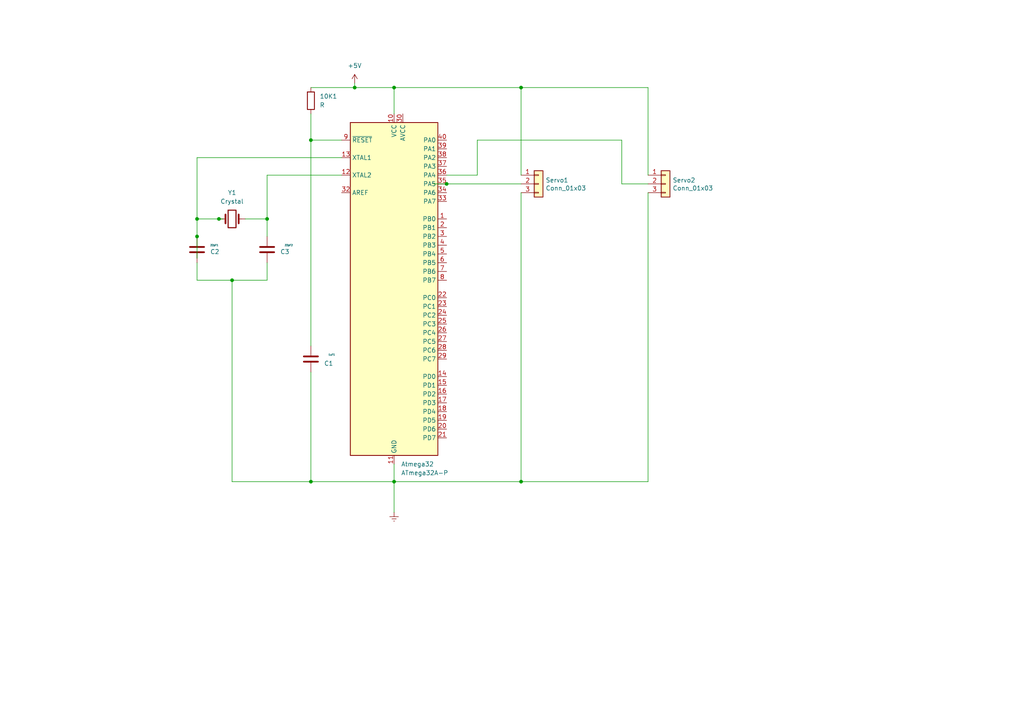
<source format=kicad_sch>
(kicad_sch (version 20211123) (generator eeschema)
  (paper "A4")
  (lib_symbols
    (symbol "Connector_Generic:Conn_01x03" (pin_names (offset 1.016) hide)
      (property "Reference" "J" (at 0 5.08 0))
      (property "Value" "Conn_01x03" (at 0 -5.08 0))
      (symbol "Conn_01x03_1_1"
        (rectangle (start -1.27 -2.413) (end 0 -2.667) (stroke (width 0.1524)))
        (rectangle (start -1.27 0.127) (end 0 -0.127) (stroke (width 0.1524)))
        (rectangle (start -1.27 2.667) (end 0 2.413) (stroke (width 0.1524)))
        (rectangle (start -1.27 3.81) (end 1.27 -3.81) (stroke (width 0.254)) (fill (type background)))
        (pin passive line (at -5.08 2.54 0) (length 3.81) (name "Pin_1") (number "1"))
        (pin passive line (at -5.08 0 0) (length 3.81) (name "Pin_2") (number "2"))
        (pin passive line (at -5.08 -2.54 0) (length 3.81) (name "Pin_3") (number "3"))
      )
    )
    (symbol "Device:C" (pin_numbers hide) (pin_names (offset 0.254))
      (property "Reference" "C" (at 0.635 2.54 0))
      (property "Value" "C" (at 0.635 -2.54 0))
      (symbol "C_0_1"
        (polyline (pts (xy -2.032 -0.762) (xy 2.032 -0.762)) (stroke (width 0.508)))
        (polyline (pts (xy -2.032 0.762) (xy 2.032 0.762)) (stroke (width 0.508)))
      )
      (symbol "C_1_1"
        (pin passive line (at 0 3.81 270) (length 2.794) (name "~") (number "1"))
        (pin passive line (at 0 -3.81 90) (length 2.794) (name "~") (number "2"))
      )
    )
    (symbol "Device:Crystal" (pin_numbers hide) (pin_names (offset 1.016) hide)
      (property "Reference" "Y" (at 0 3.81 0))
      (property "Value" "Crystal" (at 0 -3.81 0))
      (symbol "Crystal_0_1"
        (rectangle (start -1.143 2.54) (end 1.143 -2.54) (stroke (width 0.3048)))
        (polyline (pts (xy -2.54 0) (xy -1.905 0)))
        (polyline (pts (xy -1.905 -1.27) (xy -1.905 1.27)) (stroke (width 0.508)))
        (polyline (pts (xy 1.905 -1.27) (xy 1.905 1.27)) (stroke (width 0.508)))
        (polyline (pts (xy 2.54 0) (xy 1.905 0)))
      )
      (symbol "Crystal_1_1"
        (pin passive line (at -3.81 0 0) (length 1.27) (name "1") (number "1"))
        (pin passive line (at 3.81 0 180) (length 1.27) (name "2") (number "2"))
      )
    )
    (symbol "Device:R" (pin_numbers hide) (pin_names (offset 0))
      (property "Reference" "R" (at 2.032 0 90))
      (property "Value" "R" (at 0 0 90))
      (symbol "R_0_1"
        (rectangle (start -1.016 -2.54) (end 1.016 2.54) (stroke (width 0.254)))
      )
      (symbol "R_1_1"
        (pin passive line (at 0 3.81 270) (length 1.27) (name "~") (number "1"))
        (pin passive line (at 0 -3.81 90) (length 1.27) (name "~") (number "2"))
      )
    )
    (symbol "MCU_Microchip_ATmega:ATmega32A-P"
      (property "Reference" "U" (at -12.7 49.53 0))
      (property "Value" "ATmega32A-P" (at 2.54 -49.53 0))
      (symbol "ATmega32A-P_0_1"
        (rectangle (start -12.7 -48.26) (end 12.7 48.26) (stroke (width 0.254)) (fill (type background)))
      )
      (symbol "ATmega32A-P_1_1"
        (pin bidirectional line (at 15.24 20.32 180) (length 2.54) (name "PB0") (number "1"))
        (pin power_in line (at 0 50.8 270) (length 2.54) (name "VCC") (number "10"))
        (pin power_in line (at 0 -50.8 90) (length 2.54) (name "GND") (number "11"))
        (pin output line (at -15.24 33.02 0) (length 2.54) (name "XTAL2") (number "12"))
        (pin input line (at -15.24 38.1 0) (length 2.54) (name "XTAL1") (number "13"))
        (pin bidirectional line (at 15.24 -25.4 180) (length 2.54) (name "PD0") (number "14"))
        (pin bidirectional line (at 15.24 -27.94 180) (length 2.54) (name "PD1") (number "15"))
        (pin bidirectional line (at 15.24 -30.48 180) (length 2.54) (name "PD2") (number "16"))
        (pin bidirectional line (at 15.24 -33.02 180) (length 2.54) (name "PD3") (number "17"))
        (pin bidirectional line (at 15.24 -35.56 180) (length 2.54) (name "PD4") (number "18"))
        (pin bidirectional line (at 15.24 -38.1 180) (length 2.54) (name "PD5") (number "19"))
        (pin bidirectional line (at 15.24 17.78 180) (length 2.54) (name "PB1") (number "2"))
        (pin bidirectional line (at 15.24 -40.64 180) (length 2.54) (name "PD6") (number "20"))
        (pin bidirectional line (at 15.24 -43.18 180) (length 2.54) (name "PD7") (number "21"))
        (pin bidirectional line (at 15.24 -2.54 180) (length 2.54) (name "PC0") (number "22"))
        (pin bidirectional line (at 15.24 -5.08 180) (length 2.54) (name "PC1") (number "23"))
        (pin bidirectional line (at 15.24 -7.62 180) (length 2.54) (name "PC2") (number "24"))
        (pin bidirectional line (at 15.24 -10.16 180) (length 2.54) (name "PC3") (number "25"))
        (pin bidirectional line (at 15.24 -12.7 180) (length 2.54) (name "PC4") (number "26"))
        (pin bidirectional line (at 15.24 -15.24 180) (length 2.54) (name "PC5") (number "27"))
        (pin bidirectional line (at 15.24 -17.78 180) (length 2.54) (name "PC6") (number "28"))
        (pin bidirectional line (at 15.24 -20.32 180) (length 2.54) (name "PC7") (number "29"))
        (pin bidirectional line (at 15.24 15.24 180) (length 2.54) (name "PB2") (number "3"))
        (pin power_in line (at 2.54 50.8 270) (length 2.54) (name "AVCC") (number "30"))
        (pin passive line (at 0 -50.8 90) (length 2.54) hide (name "GND") (number "31"))
        (pin passive line (at -15.24 27.94 0) (length 2.54) (name "AREF") (number "32"))
        (pin bidirectional line (at 15.24 25.4 180) (length 2.54) (name "PA7") (number "33"))
        (pin bidirectional line (at 15.24 27.94 180) (length 2.54) (name "PA6") (number "34"))
        (pin bidirectional line (at 15.24 30.48 180) (length 2.54) (name "PA5") (number "35"))
        (pin bidirectional line (at 15.24 33.02 180) (length 2.54) (name "PA4") (number "36"))
        (pin bidirectional line (at 15.24 35.56 180) (length 2.54) (name "PA3") (number "37"))
        (pin bidirectional line (at 15.24 38.1 180) (length 2.54) (name "PA2") (number "38"))
        (pin bidirectional line (at 15.24 40.64 180) (length 2.54) (name "PA1") (number "39"))
        (pin bidirectional line (at 15.24 12.7 180) (length 2.54) (name "PB3") (number "4"))
        (pin bidirectional line (at 15.24 43.18 180) (length 2.54) (name "PA0") (number "40"))
        (pin bidirectional line (at 15.24 10.16 180) (length 2.54) (name "PB4") (number "5"))
        (pin bidirectional line (at 15.24 7.62 180) (length 2.54) (name "PB5") (number "6"))
        (pin bidirectional line (at 15.24 5.08 180) (length 2.54) (name "PB6") (number "7"))
        (pin bidirectional line (at 15.24 2.54 180) (length 2.54) (name "PB7") (number "8"))
        (pin input line (at -15.24 43.18 0) (length 2.54) (name "~{RESET}") (number "9"))
      )
    )
    (symbol "power:+5V" (power) (pin_names (offset 0))
      (property "Value" "+5V" (at 0 3.556 0))
      (symbol "+5V_0_1"
        (polyline (pts (xy -0.762 1.27) (xy 0 2.54)))
        (polyline (pts (xy 0 0) (xy 0 2.54)))
        (polyline (pts (xy 0 2.54) (xy 0.762 1.27)))
      )
      (symbol "+5V_1_1"
        (pin power_in line (at 0 0 90) (length 0) hide (name "+5V") (number "1"))
      )
    )
    (symbol "power:Earth" (power) (pin_names (offset 0))
      (symbol "Earth_0_1"
        (polyline (pts (xy -0.635 -1.905) (xy 0.635 -1.905)))
        (polyline (pts (xy -0.127 -2.54) (xy 0.127 -2.54)))
        (polyline (pts (xy 0 -1.27) (xy 0 0)))
        (polyline (pts (xy 1.27 -1.27) (xy -1.27 -1.27)))
      )
      (symbol "Earth_1_1"
        (pin power_in line (at 0 0 270) (length 0) hide (name "Earth") (number "1"))
      )
    )
  )
  (junction (at 151.13 139.7))
  (junction (at 114.3 139.7))
  (junction (at 67.31 81.28))
  (junction (at 57.15 68.58))
  (junction (at 77.47 63.5))
  (junction (at 57.15 63.5))
  (junction (at 90.17 139.7))
  (junction (at 102.87 25.4))
  (junction (at 63.5 63.5))
  (junction (at 90.17 40.64))
  (junction (at 151.13 25.4))
  (junction (at 114.3 25.4))
  (junction (at 129.54 53.34))
  (wire (pts (xy 187.96 25.4) (xy 187.96 50.8)))
  (wire (pts (xy 90.17 139.7) (xy 114.3 139.7)))
  (wire (pts (xy 114.3 25.4) (xy 102.87 25.4)))
  (wire (pts (xy 57.15 45.72) (xy 99.06 45.72)))
  (wire (pts (xy 114.3 134.62) (xy 114.3 139.7)))
  (wire (pts (xy 57.15 45.72) (xy 57.15 63.5)))
  (wire (pts (xy 99.06 40.64) (xy 90.17 40.64)))
  (wire (pts (xy 90.17 139.7) (xy 67.31 139.7)))
  (wire (pts (xy 77.47 63.5) (xy 77.47 68.58)))
  (wire (pts (xy 71.12 63.5) (xy 77.47 63.5)))
  (wire (pts (xy 77.47 50.8) (xy 77.47 63.5)))
  (wire (pts (xy 180.34 40.64) (xy 138.43 40.64)))
  (wire (pts (xy 63.5 63.5) (xy 64.77 63.5)))
  (wire (pts (xy 90.17 107.95) (xy 90.17 139.7)))
  (wire (pts (xy 187.96 139.7) (xy 187.96 55.88)))
  (wire (pts (xy 138.43 50.8) (xy 129.54 50.8)))
  (wire (pts (xy 138.43 40.64) (xy 138.43 50.8)))
  (wire (pts (xy 67.31 81.28) (xy 77.47 81.28)))
  (wire (pts (xy 57.15 81.28) (xy 67.31 81.28)))
  (wire (pts (xy 114.3 139.7) (xy 114.3 148.59)))
  (wire (pts (xy 151.13 25.4) (xy 187.96 25.4)))
  (wire (pts (xy 180.34 53.34) (xy 180.34 40.64)))
  (wire (pts (xy 151.13 55.88) (xy 151.13 139.7)))
  (wire (pts (xy 114.3 139.7) (xy 151.13 139.7)))
  (wire (pts (xy 102.87 25.4) (xy 102.87 24.13)))
  (wire (pts (xy 151.13 25.4) (xy 151.13 50.8)))
  (wire (pts (xy 129.54 53.34) (xy 151.13 53.34)))
  (wire (pts (xy 90.17 25.4) (xy 102.87 25.4)))
  (wire (pts (xy 57.15 63.5) (xy 63.5 63.5)))
  (wire (pts (xy 77.47 50.8) (xy 99.06 50.8)))
  (wire (pts (xy 151.13 139.7) (xy 187.96 139.7)))
  (wire (pts (xy 77.47 76.2) (xy 77.47 81.28)))
  (wire (pts (xy 125.73 53.34) (xy 129.54 53.34)))
  (wire (pts (xy 114.3 25.4) (xy 114.3 33.02)))
  (wire (pts (xy 90.17 40.64) (xy 90.17 33.02)))
  (wire (pts (xy 57.15 74.93) (xy 57.15 68.58)))
  (wire (pts (xy 57.15 63.5) (xy 57.15 68.58)))
  (wire (pts (xy 90.17 40.64) (xy 90.17 100.33)))
  (wire (pts (xy 187.96 53.34) (xy 180.34 53.34)))
  (wire (pts (xy 67.31 139.7) (xy 67.31 81.28)))
  (wire (pts (xy 114.3 25.4) (xy 151.13 25.4)))
  (wire (pts (xy 57.15 76.2) (xy 57.15 81.28)))
  (symbol (lib_id "Device:C") (at 77.47 72.39 0) (unit 1)
    (property "Reference" "22pF2" (at 82.55 71.12 0) (effects (font (size 0.5 0.5)) (justify left)))
    (property "Value" "C3" (at 81.28 73.0249 0) (effects (justify left)))
    (property "Footprint" "Capacitor_THT:CP_Radial_D10.0mm_P2.50mm" (effects hide))
  )
  (symbol (lib_id "Connector_Generic:Conn_01x03") (at 156.21 53.34 0) (unit 1)
    (property "Reference" "Servo1" (at 158.242 52.2732 0) (effects (justify left)))
    (property "Value" "Conn_01x03" (at 158.242 54.5846 0) (effects (justify left)))
    (property "Footprint" "Connector_PinHeader_2.54mm:PinHeader_1x03_P2.54mm_Horizontal" (effects hide))
  )
  (symbol (lib_id "Device:R") (at 90.17 29.21 0) (unit 1)
    (property "Reference" "10K1" (at 92.71 27.9399 0) (effects (justify left)))
    (property "Value" "R" (at 92.71 30.4799 0) (effects (justify left)))
    (property "Footprint" "Resistor_THT:R_Axial_DIN0411_L9.9mm_D3.6mm_P5.08mm_Vertical" (effects hide))
  )
  (symbol (lib_id "Connector_Generic:Conn_01x03") (at 193.04 53.34 0) (unit 1)
    (property "Reference" "Servo2" (at 195.072 52.2732 0) (effects (justify left)))
    (property "Value" "Conn_01x03" (at 195.072 54.5846 0) (effects (justify left)))
    (property "Footprint" "Connector_PinHeader_2.54mm:PinHeader_1x03_P2.54mm_Horizontal" (effects hide))
  )
  (symbol (lib_id "MCU_Microchip_ATmega:ATmega32A-P") (at 114.3 83.82 0) (unit 1)
    (property "Reference" "Atmega32" (at 116.3194 134.62 0) (effects (justify left)))
    (property "Value" "ATmega32A-P" (at 116.3194 137.16 0) (effects (justify left)))
    (property "Footprint" "Package_DIP:DIP-40_W15.24mm" (effects hide))
    (property "Datasheet" "http://ww1.microchip.com/downloads/en/DeviceDoc/atmel-8155-8-bit-microcontroller-avr-atmega32a_datasheet.pdf" (effects hide))
  )
  (symbol (lib_id "Device:C") (at 57.15 72.39 0) (unit 1)
    (property "Reference" "22pF1" (at 60.96 71.12 0) (effects (font (size 0.5 0.5)) (justify left)))
    (property "Value" "C2" (at 60.96 73.0249 0) (effects (justify left)))
    (property "Footprint" "Capacitor_THT:CP_Radial_D10.0mm_P2.50mm" (effects hide))
  )
  (symbol (lib_id "Device:C") (at 90.17 104.14 0) (unit 1)
    (property "Reference" "1uF1" (at 95.25 102.87 0) (effects (font (size 0.5 0.5)) (justify left)))
    (property "Value" "C1" (at 93.98 105.4099 0) (effects (justify left)))
    (property "Footprint" "Capacitor_THT:CP_Radial_D10.0mm_P2.50mm" (effects hide))
  )
  (symbol (lib_id "power:Earth") (at 114.3 148.59 0) (unit 1)
    (property "Reference" "#PWR02" (effects hide))
    (property "Value" "Earth" (effects hide))
  )
  (symbol (lib_id "power:+5V") (at 102.87 24.13 0) (unit 1)
    (property "Reference" "#PWR01" (effects hide))
    (property "Value" "+5V" (at 102.87 19.05 0))
  )
  (symbol (lib_id "Device:Crystal") (at 67.31 63.5 0) (unit 1)
    (property "Reference" "Y1" (at 67.31 55.88 0))
    (property "Value" "Crystal" (at 67.31 58.42 0))
    (property "Footprint" "Crystal:Crystal_DS10_D1.0mm_L4.3mm_Vertical" (effects hide))
  )
)
</source>
